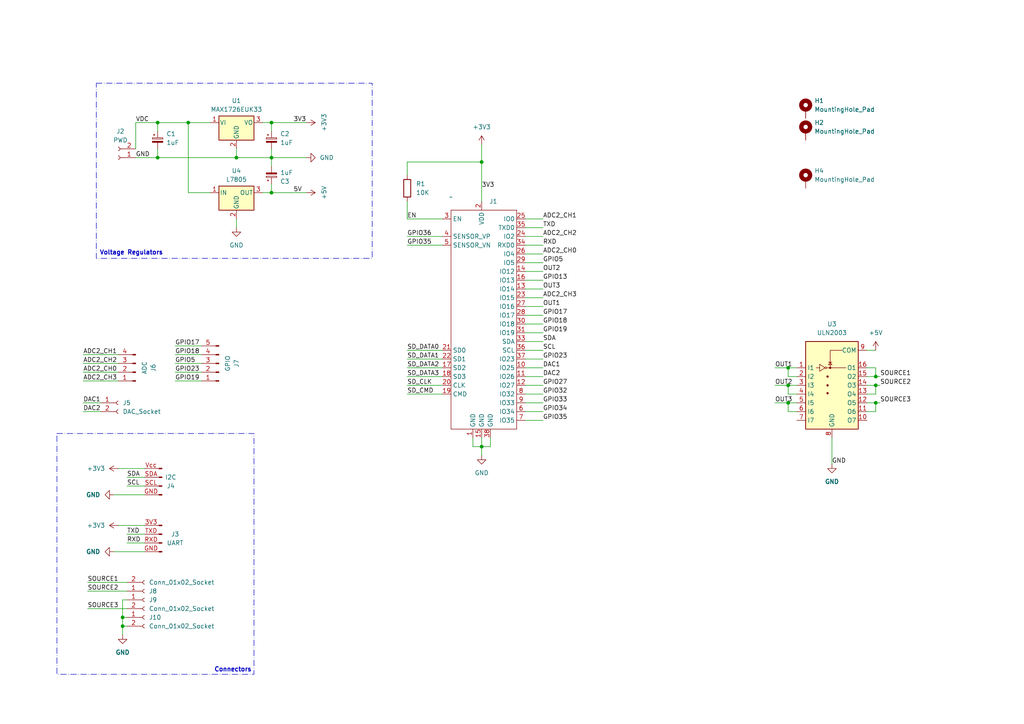
<source format=kicad_sch>
(kicad_sch (version 20231120) (generator "eeschema") (generator_version "8.0")
  (paper "A4")
  (lib_symbols
    (symbol "Alexander_Library_Symbols:Conn_I2C_01x04" (pin_names (offset 1.016) hide)
      (property "Reference" "J" (at 0 5.08 0))
      (property "Value" "I2C" (at 0 -7.62 0))
      (symbol "Conn_I2C_01x04_1_1"
        (polyline (pts (xy 1.27 -5.08) (xy 0.8636 -5.08)) (stroke (width 0.1524)))
        (polyline (pts (xy 1.27 -2.54) (xy 0.8636 -2.54)) (stroke (width 0.1524)))
        (polyline (pts (xy 1.27 0) (xy 0.8636 0)) (stroke (width 0.1524)))
        (polyline (pts (xy 1.27 2.54) (xy 0.8636 2.54)) (stroke (width 0.1524)))
        (rectangle (start 0.8636 -4.953) (end 0 -5.207) (stroke (width 0.1524)) (fill (type outline)))
        (rectangle (start 0.8636 -2.413) (end 0 -2.667) (stroke (width 0.1524)) (fill (type outline)))
        (rectangle (start 0.8636 0.127) (end 0 -0.127) (stroke (width 0.1524)) (fill (type outline)))
        (rectangle (start 0.8636 2.667) (end 0 2.413) (stroke (width 0.1524)) (fill (type outline)))
        (pin power_out line (at 5.08 -5.08 180) (length 3.81) (name "GND") (number "GND"))
        (pin bidirectional line (at 5.08 -2.54 180) (length 3.81) (name "SCL") (number "SCL"))
        (pin bidirectional line (at 5.08 0 180) (length 3.81) (name "SDA") (number "SDA"))
        (pin power_in line (at 5.08 2.54 180) (length 3.81) (name "VCC") (number "Vcc"))
      )
    )
    (symbol "Alexander_Library_Symbols:ESP32-WROOM-32D-SOCKET"
      (property "Reference" "J" (at 0 0 0))
      (symbol "ESP32-WROOM-32D-SOCKET_0_1"
        (rectangle (start 0 -3.81) (end 19.05 -67.31))
      )
      (symbol "ESP32-WROOM-32D-SOCKET_1_1"
        (pin power_out line (at 6.35 -69.85 90) (length 2.54) (name "GND") (number "1"))
        (pin bidirectional line (at 21.59 -49.53 180) (length 2.54) (name "IO25") (number "10"))
        (pin bidirectional line (at 21.59 -52.07 180) (length 2.54) (name "IO26") (number "11"))
        (pin bidirectional line (at 21.59 -54.61 180) (length 2.54) (name "IO27") (number "12"))
        (pin bidirectional line (at 21.59 -26.67 180) (length 2.54) (name "IO14") (number "13"))
        (pin bidirectional line (at 21.59 -21.59 180) (length 2.54) (name "IO12") (number "14"))
        (pin power_out line (at 8.89 -69.85 90) (length 2.54) (name "GND") (number "15"))
        (pin bidirectional line (at 21.59 -24.13 180) (length 2.54) (name "IO13") (number "16"))
        (pin input line (at -2.54 -49.53 0) (length 2.54) (name "SD2") (number "17"))
        (pin input line (at -2.54 -52.07 0) (length 2.54) (name "SD3") (number "18"))
        (pin input line (at -2.54 -57.15 0) (length 2.54) (name "CMD") (number "19"))
        (pin power_in line (at 8.89 -1.27 270) (length 2.54) (name "VDD") (number "2"))
        (pin input line (at -2.54 -54.61 0) (length 2.54) (name "CLK") (number "20"))
        (pin input line (at -2.54 -44.45 0) (length 2.54) (name "SD0") (number "21"))
        (pin input line (at -2.54 -46.99 0) (length 2.54) (name "SD1") (number "22"))
        (pin bidirectional line (at 21.59 -29.21 180) (length 2.54) (name "IO15") (number "23"))
        (pin bidirectional line (at 21.59 -11.43 180) (length 2.54) (name "IO2") (number "24"))
        (pin bidirectional line (at 21.59 -6.35 180) (length 2.54) (name "IO0") (number "25"))
        (pin bidirectional line (at 21.59 -16.51 180) (length 2.54) (name "IO4") (number "26"))
        (pin bidirectional line (at 21.59 -31.75 180) (length 2.54) (name "IO16") (number "27"))
        (pin bidirectional line (at 21.59 -34.29 180) (length 2.54) (name "IO17") (number "28"))
        (pin bidirectional line (at 21.59 -19.05 180) (length 2.54) (name "IO5") (number "29"))
        (pin input line (at -2.54 -6.35 0) (length 2.54) (name "EN") (number "3"))
        (pin bidirectional line (at 21.59 -36.83 180) (length 2.54) (name "IO18") (number "30"))
        (pin bidirectional line (at 21.59 -39.37 180) (length 2.54) (name "IO19") (number "31"))
        (pin bidirectional line (at 21.59 -41.91 180) (length 2.54) (name "SDA") (number "33"))
        (pin input line (at 21.59 -13.97 180) (length 2.54) (name "RXD0") (number "34"))
        (pin output line (at 21.59 -8.89 180) (length 2.54) (name "TXD0") (number "35"))
        (pin bidirectional line (at 21.59 -44.45 180) (length 2.54) (name "SCL") (number "36"))
        (pin bidirectional line (at 21.59 -46.99 180) (length 2.54) (name "IO23") (number "37"))
        (pin power_out line (at 11.43 -69.85 90) (length 2.54) (name "GND") (number "38"))
        (pin input line (at -2.54 -11.43 0) (length 2.54) (name "SENSOR_VP") (number "4"))
        (pin input line (at -2.54 -13.97 0) (length 2.54) (name "SENSOR_VN") (number "5"))
        (pin bidirectional line (at 21.59 -62.23 180) (length 2.54) (name "IO34") (number "6"))
        (pin bidirectional line (at 21.59 -64.77 180) (length 2.54) (name "IO35") (number "7"))
        (pin bidirectional line (at 21.59 -57.15 180) (length 2.54) (name "IO32") (number "8"))
        (pin bidirectional line (at 21.59 -59.69 180) (length 2.54) (name "IO33") (number "9"))
      )
    )
    (symbol "Conn_UART_1" (pin_names (offset 1.016) hide)
      (property "Reference" "J" (at 1.27 3.81 0))
      (property "Value" "UART" (at 2.54 -10.16 0))
      (symbol "Conn_UART_1_1_1"
        (polyline (pts (xy 1.27 -7.62) (xy 0.8636 -7.62)) (stroke (width 0.1524)))
        (polyline (pts (xy 1.27 -5.08) (xy 0.8636 -5.08)) (stroke (width 0.1524)))
        (polyline (pts (xy 1.27 -2.54) (xy 0.8636 -2.54)) (stroke (width 0.1524)))
        (polyline (pts (xy 1.27 0) (xy 0.8636 0)) (stroke (width 0.1524)))
        (rectangle (start 0.8636 -7.493) (end 0 -7.747) (stroke (width 0.1524)) (fill (type outline)))
        (rectangle (start 0.8636 -4.953) (end 0 -5.207) (stroke (width 0.1524)) (fill (type outline)))
        (rectangle (start 0.8636 -2.413) (end 0 -2.667) (stroke (width 0.1524)) (fill (type outline)))
        (rectangle (start 0.8636 0.127) (end 0 -0.127) (stroke (width 0.1524)) (fill (type outline)))
        (pin power_in line (at 5.08 0 180) (length 3.81) (name "3V3") (number "3V3"))
        (pin power_out line (at 5.08 -7.62 180) (length 3.81) (name "GND") (number "GND"))
        (pin input line (at 5.08 -5.08 180) (length 3.81) (name "RXD") (number "RXD"))
        (pin output line (at 5.08 -2.54 180) (length 3.81) (name "TXD") (number "TXD"))
      )
    )
    (symbol "Connector:Conn_01x02_Socket" (pin_names (offset 1.016) hide)
      (property "Reference" "J" (at 0 2.54 0))
      (property "Value" "Conn_01x02_Socket" (at 0 -5.08 0))
      (symbol "Conn_01x02_Socket_1_1"
        (arc (start 0 -2.032) (mid -0.5058 -2.54) (end 0 -3.048) (stroke (width 0.1524)))
        (polyline (pts (xy -1.27 -2.54) (xy -0.508 -2.54)) (stroke (width 0.1524)))
        (polyline (pts (xy -1.27 0) (xy -0.508 0)) (stroke (width 0.1524)))
        (arc (start 0 0.508) (mid -0.5058 0) (end 0 -0.508) (stroke (width 0.1524)))
        (pin passive line (at -5.08 0 0) (length 3.81) (name "Pin_1") (number "1"))
        (pin passive line (at -5.08 -2.54 0) (length 3.81) (name "Pin_2") (number "2"))
      )
    )
    (symbol "Connector:Conn_01x04_Pin" (pin_names (offset 1.016) hide)
      (property "Reference" "J" (at 0 5.08 0))
      (property "Value" "I2C" (at 0 -7.62 0))
      (symbol "Conn_01x04_Pin_1_1"
        (polyline (pts (xy 1.27 -5.08) (xy 0.8636 -5.08)) (stroke (width 0.1524)))
        (polyline (pts (xy 1.27 -2.54) (xy 0.8636 -2.54)) (stroke (width 0.1524)))
        (polyline (pts (xy 1.27 0) (xy 0.8636 0)) (stroke (width 0.1524)))
        (polyline (pts (xy 1.27 2.54) (xy 0.8636 2.54)) (stroke (width 0.1524)))
        (rectangle (start 0.8636 -4.953) (end 0 -5.207) (stroke (width 0.1524)) (fill (type outline)))
        (rectangle (start 0.8636 -2.413) (end 0 -2.667) (stroke (width 0.1524)) (fill (type outline)))
        (rectangle (start 0.8636 0.127) (end 0 -0.127) (stroke (width 0.1524)) (fill (type outline)))
        (rectangle (start 0.8636 2.667) (end 0 2.413) (stroke (width 0.1524)) (fill (type outline)))
        (pin passive line (at 5.08 2.54 180) (length 3.81) (name "Pin_1") (number "1"))
        (pin passive line (at 5.08 0 180) (length 3.81) (name "Pin_2") (number "2"))
        (pin passive line (at 5.08 -2.54 180) (length 3.81) (name "Pin_3") (number "3"))
        (pin passive line (at 5.08 -5.08 180) (length 3.81) (name "Pin_4") (number "4"))
      )
    )
    (symbol "Connector:Conn_01x05_Pin" (pin_names (offset 1.016) hide)
      (property "Reference" "J" (at 0 7.62 0))
      (property "Value" "Conn_01x05_Pin" (at 0 -7.62 0))
      (symbol "Conn_01x05_Pin_1_1"
        (polyline (pts (xy 1.27 -5.08) (xy 0.8636 -5.08)) (stroke (width 0.1524)))
        (polyline (pts (xy 1.27 -2.54) (xy 0.8636 -2.54)) (stroke (width 0.1524)))
        (polyline (pts (xy 1.27 0) (xy 0.8636 0)) (stroke (width 0.1524)))
        (polyline (pts (xy 1.27 2.54) (xy 0.8636 2.54)) (stroke (width 0.1524)))
        (polyline (pts (xy 1.27 5.08) (xy 0.8636 5.08)) (stroke (width 0.1524)))
        (rectangle (start 0.8636 -4.953) (end 0 -5.207) (stroke (width 0.1524)) (fill (type outline)))
        (rectangle (start 0.8636 -2.413) (end 0 -2.667) (stroke (width 0.1524)) (fill (type outline)))
        (rectangle (start 0.8636 0.127) (end 0 -0.127) (stroke (width 0.1524)) (fill (type outline)))
        (rectangle (start 0.8636 2.667) (end 0 2.413) (stroke (width 0.1524)) (fill (type outline)))
        (rectangle (start 0.8636 5.207) (end 0 4.953) (stroke (width 0.1524)) (fill (type outline)))
        (pin passive line (at 5.08 5.08 180) (length 3.81) (name "Pin_1") (number "1"))
        (pin passive line (at 5.08 2.54 180) (length 3.81) (name "Pin_2") (number "2"))
        (pin passive line (at 5.08 0 180) (length 3.81) (name "Pin_3") (number "3"))
        (pin passive line (at 5.08 -2.54 180) (length 3.81) (name "Pin_4") (number "4"))
        (pin passive line (at 5.08 -5.08 180) (length 3.81) (name "Pin_5") (number "5"))
      )
    )
    (symbol "Device:C_Polarized_Small" (pin_numbers hide) (pin_names (offset 0.254) hide)
      (property "Reference" "C" (at 0.254 1.778 0))
      (property "Value" "C_Polarized_Small" (at 0.254 -2.032 0))
      (symbol "C_Polarized_Small_0_1"
        (rectangle (start -1.524 -0.3048) (end 1.524 -0.6858) (fill (type outline)))
        (rectangle (start -1.524 0.6858) (end 1.524 0.3048))
        (polyline (pts (xy -1.27 1.524) (xy -0.762 1.524)))
        (polyline (pts (xy -1.016 1.27) (xy -1.016 1.778)))
      )
      (symbol "C_Polarized_Small_1_1"
        (pin passive line (at 0 2.54 270) (length 1.8542) (name "~") (number "1"))
        (pin passive line (at 0 -2.54 90) (length 1.8542) (name "~") (number "2"))
      )
    )
    (symbol "Device:R" (pin_numbers hide) (pin_names (offset 0))
      (property "Reference" "R" (at 2.032 0 90))
      (property "Value" "R" (at 0 0 90))
      (symbol "R_0_1"
        (rectangle (start -1.016 -2.54) (end 1.016 2.54) (stroke (width 0.254)))
      )
      (symbol "R_1_1"
        (pin passive line (at 0 3.81 270) (length 1.27) (name "~") (number "1"))
        (pin passive line (at 0 -3.81 90) (length 1.27) (name "~") (number "2"))
      )
    )
    (symbol "GND_1" (power) (pin_numbers hide) (pin_names (offset 0) hide)
      (property "Value" "GND" (at 0 -3.81 0))
      (symbol "GND_1_0_1"
        (polyline (pts (xy 0 0) (xy 0 -1.27) (xy 1.27 -1.27) (xy 0 -2.54) (xy -1.27 -1.27) (xy 0 -1.27)))
      )
      (symbol "GND_1_1_1"
        (pin power_in line (at 0 0 270) (length 0) (name "~") (number "1"))
      )
    )
    (symbol "Mechanical:MountingHole_Pad" (pin_numbers hide) (pin_names (offset 1.016) hide)
      (property "Reference" "H" (at 0 6.35 0))
      (property "Value" "MountingHole_Pad" (at 0 4.445 0))
      (symbol "MountingHole_Pad_0_1"
        (circle (center 0 1.27) (radius 1.27) (stroke (width 1.27)))
      )
      (symbol "MountingHole_Pad_1_1"
        (pin input line (at 0 -2.54 90) (length 2.54) (name "1") (number "1"))
      )
    )
    (symbol "Regulator_Linear:L7805" (pin_names (offset 0.254))
      (property "Reference" "U" (at -3.81 3.175 0))
      (property "Value" "L7805" (at 0 3.175 0))
      (symbol "L7805_0_1"
        (rectangle (start -5.08 1.905) (end 5.08 -5.08) (stroke (width 0.254)) (fill (type background)))
      )
      (symbol "L7805_1_1"
        (pin power_in line (at -7.62 0 0) (length 2.54) (name "IN") (number "1"))
        (pin power_in line (at 0 -7.62 90) (length 2.54) (name "GND") (number "2"))
        (pin power_out line (at 7.62 0 180) (length 2.54) (name "OUT") (number "3"))
      )
    )
    (symbol "Regulator_Linear:LM78M05_TO220" (pin_names (offset 0.254))
      (property "Reference" "U" (at -3.81 3.175 0))
      (property "Value" "LM78M05_TO220" (at 0 3.175 0))
      (symbol "LM78M05_TO220_0_1"
        (rectangle (start -5.08 1.905) (end 5.08 -5.08) (stroke (width 0.254)) (fill (type background)))
      )
      (symbol "LM78M05_TO220_1_1"
        (pin power_in line (at -7.62 0 0) (length 2.54) (name "VI") (number "1"))
        (pin power_in line (at 0 -7.62 90) (length 2.54) (name "GND") (number "2"))
        (pin power_out line (at 7.62 0 180) (length 2.54) (name "VO") (number "3"))
      )
    )
    (symbol "Transistor_Array:ULN2003"
      (property "Reference" "U" (at 0 15.875 0))
      (property "Value" "ULN2003" (at 0 13.97 0))
      (symbol "ULN2003_0_1"
        (rectangle (start -7.62 -12.7) (end 7.62 12.7) (stroke (width 0.254)) (fill (type background)))
        (circle (center -1.778 5.08) (radius 0.254))
        (circle (center -1.27 -2.286) (radius 0.254) (fill (type outline)))
        (circle (center -1.27 0) (radius 0.254) (fill (type outline)))
        (circle (center -1.27 2.54) (radius 0.254) (fill (type outline)))
        (circle (center -0.508 5.08) (radius 0.254) (fill (type outline)))
        (polyline (pts (xy -4.572 5.08) (xy -3.556 5.08)))
        (polyline (pts (xy -1.524 5.08) (xy 4.064 5.08)))
        (polyline (pts (xy 0 6.731) (xy -1.016 6.731)))
        (polyline (pts (xy -0.508 5.08) (xy -0.508 10.16) (xy 2.921 10.16)))
        (polyline (pts (xy -3.556 6.096) (xy -3.556 4.064) (xy -2.032 5.08) (xy -3.556 6.096)))
        (polyline (pts (xy 0 5.969) (xy -1.016 5.969) (xy -0.508 6.731) (xy 0 5.969)))
      )
      (symbol "ULN2003_1_1"
        (pin input line (at -10.16 5.08 0) (length 2.54) (name "I1") (number "1"))
        (pin open_collector line (at 10.16 -10.16 180) (length 2.54) (name "O7") (number "10"))
        (pin open_collector line (at 10.16 -7.62 180) (length 2.54) (name "O6") (number "11"))
        (pin open_collector line (at 10.16 -5.08 180) (length 2.54) (name "O5") (number "12"))
        (pin open_collector line (at 10.16 -2.54 180) (length 2.54) (name "O4") (number "13"))
        (pin open_collector line (at 10.16 0 180) (length 2.54) (name "O3") (number "14"))
        (pin open_collector line (at 10.16 2.54 180) (length 2.54) (name "O2") (number "15"))
        (pin open_collector line (at 10.16 5.08 180) (length 2.54) (name "O1") (number "16"))
        (pin input line (at -10.16 2.54 0) (length 2.54) (name "I2") (number "2"))
        (pin input line (at -10.16 0 0) (length 2.54) (name "I3") (number "3"))
        (pin input line (at -10.16 -2.54 0) (length 2.54) (name "I4") (number "4"))
        (pin input line (at -10.16 -5.08 0) (length 2.54) (name "I5") (number "5"))
        (pin input line (at -10.16 -7.62 0) (length 2.54) (name "I6") (number "6"))
        (pin input line (at -10.16 -10.16 0) (length 2.54) (name "I7") (number "7"))
        (pin power_in line (at 0 -15.24 90) (length 2.54) (name "GND") (number "8"))
        (pin passive line (at 10.16 10.16 180) (length 2.54) (name "COM") (number "9"))
      )
    )
    (symbol "power:+3V3" (power) (pin_names (offset 0))
      (property "Value" "+3V3" (at 0 3.556 0))
      (symbol "+3V3_0_1"
        (polyline (pts (xy -0.762 1.27) (xy 0 2.54)))
        (polyline (pts (xy 0 0) (xy 0 2.54)))
        (polyline (pts (xy 0 2.54) (xy 0.762 1.27)))
      )
      (symbol "+3V3_1_1"
        (pin power_in line (at 0 0 90) (length 0) hide (name "+3V3") (number "1"))
      )
    )
    (symbol "power:+5V" (power) (pin_names (offset 0))
      (property "Value" "+5V" (at 0 3.556 0))
      (symbol "+5V_0_1"
        (polyline (pts (xy -0.762 1.27) (xy 0 2.54)))
        (polyline (pts (xy 0 0) (xy 0 2.54)))
        (polyline (pts (xy 0 2.54) (xy 0.762 1.27)))
      )
      (symbol "+5V_1_1"
        (pin power_in line (at 0 0 90) (length 0) hide (name "+5V") (number "1"))
      )
    )
    (symbol "power:GND" (power) (pin_names (offset 0))
      (property "Value" "GND" (at 0 -3.81 0))
      (symbol "GND_0_1"
        (polyline (pts (xy 0 0) (xy 0 -1.27) (xy 1.27 -1.27) (xy 0 -2.54) (xy -1.27 -1.27) (xy 0 -1.27)))
      )
      (symbol "GND_1_1"
        (pin power_in line (at 0 0 270) (length 0) hide (name "GND") (number "1"))
      )
    )
  )
  (junction (at 68.58 45.72))
  (junction (at 78.74 45.72))
  (junction (at 45.72 45.72))
  (junction (at 139.7 46.99))
  (junction (at 254 109.22))
  (junction (at 228.6 116.84))
  (junction (at 78.74 55.88))
  (junction (at 228.6 111.76))
  (junction (at 254 116.84))
  (junction (at 54.61 35.56))
  (junction (at 35.56 179.07))
  (junction (at 254 111.76))
  (junction (at 78.74 35.56))
  (junction (at 35.56 181.61))
  (junction (at 45.72 35.56))
  (junction (at 228.6 106.68))
  (junction (at 139.7 129.54))
  (wire (pts (xy 152.4 68.58) (xy 157.48 68.58)))
  (wire (pts (xy 68.58 63.5) (xy 68.58 66.04)))
  (wire (pts (xy 118.11 111.76) (xy 128.27 111.76)))
  (wire (pts (xy 35.56 173.99) (xy 35.56 179.07)))
  (wire (pts (xy 36.83 140.97) (xy 41.91 140.97)))
  (wire (pts (xy 25.4 171.45) (xy 36.83 171.45)))
  (wire (pts (xy 152.4 73.66) (xy 157.48 73.66)))
  (wire (pts (xy 118.11 109.22) (xy 128.27 109.22)))
  (wire (pts (xy 60.96 55.88) (xy 54.61 55.88)))
  (wire (pts (xy 36.83 154.94) (xy 41.91 154.94)))
  (wire (pts (xy 139.7 41.91) (xy 139.7 46.99)))
  (wire (pts (xy 152.4 88.9) (xy 157.48 88.9)))
  (wire (pts (xy 152.4 91.44) (xy 157.48 91.44)))
  (wire (pts (xy 34.29 135.89) (xy 41.91 135.89)))
  (wire (pts (xy 35.56 179.07) (xy 35.56 181.61)))
  (wire (pts (xy 68.58 43.18) (xy 68.58 45.72)))
  (wire (pts (xy 152.4 114.3) (xy 157.48 114.3)))
  (wire (pts (xy 34.29 105.41) (xy 24.13 105.41)))
  (wire (pts (xy 231.14 116.84) (xy 228.6 116.84)))
  (wire (pts (xy 137.16 129.54) (xy 139.7 129.54)))
  (wire (pts (xy 58.42 107.95) (xy 50.8 107.95)))
  (wire (pts (xy 78.74 43.18) (xy 78.74 45.72)))
  (wire (pts (xy 231.14 114.3) (xy 228.6 114.3)))
  (wire (pts (xy 34.29 110.49) (xy 24.13 110.49)))
  (wire (pts (xy 152.4 63.5) (xy 157.48 63.5)))
  (wire (pts (xy 224.79 116.84) (xy 228.6 116.84)))
  (wire (pts (xy 58.42 105.41) (xy 50.8 105.41)))
  (wire (pts (xy 152.4 116.84) (xy 157.48 116.84)))
  (wire (pts (xy 128.27 63.5) (xy 118.11 63.5)))
  (wire (pts (xy 137.16 127) (xy 137.16 129.54)))
  (wire (pts (xy 54.61 35.56) (xy 60.96 35.56)))
  (wire (pts (xy 24.13 116.84) (xy 29.21 116.84)))
  (wire (pts (xy 118.11 71.12) (xy 128.27 71.12)))
  (wire (pts (xy 118.11 46.99) (xy 118.11 50.8)))
  (wire (pts (xy 34.29 152.4) (xy 41.91 152.4)))
  (wire (pts (xy 45.72 35.56) (xy 45.72 38.1)))
  (wire (pts (xy 45.72 43.18) (xy 45.72 45.72)))
  (wire (pts (xy 34.29 102.87) (xy 24.13 102.87)))
  (wire (pts (xy 139.7 129.54) (xy 139.7 132.08)))
  (wire (pts (xy 118.11 104.14) (xy 128.27 104.14)))
  (wire (pts (xy 25.4 168.91) (xy 36.83 168.91)))
  (wire (pts (xy 251.46 111.76) (xy 254 111.76)))
  (wire (pts (xy 118.11 101.6) (xy 128.27 101.6)))
  (wire (pts (xy 152.4 119.38) (xy 157.48 119.38)))
  (wire (pts (xy 54.61 35.56) (xy 54.61 55.88)))
  (wire (pts (xy 36.83 173.99) (xy 35.56 173.99)))
  (wire (pts (xy 78.74 55.88) (xy 88.9 55.88)))
  (wire (pts (xy 254 119.38) (xy 254 116.84)))
  (wire (pts (xy 78.74 45.72) (xy 88.9 45.72)))
  (wire (pts (xy 254 109.22) (xy 254 106.68)))
  (wire (pts (xy 152.4 104.14) (xy 157.48 104.14)))
  (wire (pts (xy 36.83 181.61) (xy 35.56 181.61)))
  (wire (pts (xy 25.4 176.53) (xy 36.83 176.53)))
  (wire (pts (xy 152.4 111.76) (xy 157.48 111.76)))
  (wire (pts (xy 35.56 181.61) (xy 35.56 184.15)))
  (wire (pts (xy 76.2 55.88) (xy 78.74 55.88)))
  (wire (pts (xy 231.14 111.76) (xy 228.6 111.76)))
  (wire (pts (xy 41.91 143.51) (xy 33.02 143.51)))
  (wire (pts (xy 251.46 109.22) (xy 254 109.22)))
  (wire (pts (xy 36.83 157.48) (xy 41.91 157.48)))
  (wire (pts (xy 118.11 46.99) (xy 139.7 46.99)))
  (wire (pts (xy 78.74 45.72) (xy 78.74 48.26)))
  (wire (pts (xy 152.4 66.04) (xy 157.48 66.04)))
  (wire (pts (xy 76.2 35.56) (xy 78.74 35.56)))
  (wire (pts (xy 152.4 109.22) (xy 157.48 109.22)))
  (wire (pts (xy 58.42 102.87) (xy 50.8 102.87)))
  (wire (pts (xy 251.46 101.6) (xy 254 101.6)))
  (wire (pts (xy 241.3 127) (xy 241.3 134.62)))
  (wire (pts (xy 254 111.76) (xy 255.27 111.76)))
  (wire (pts (xy 68.58 45.72) (xy 78.74 45.72)))
  (wire (pts (xy 152.4 96.52) (xy 157.48 96.52)))
  (wire (pts (xy 251.46 106.68) (xy 254 106.68)))
  (wire (pts (xy 118.11 114.3) (xy 128.27 114.3)))
  (wire (pts (xy 254 116.84) (xy 255.27 116.84)))
  (wire (pts (xy 78.74 38.1) (xy 78.74 35.56)))
  (wire (pts (xy 152.4 71.12) (xy 157.48 71.12)))
  (wire (pts (xy 39.37 35.56) (xy 45.72 35.56)))
  (wire (pts (xy 152.4 81.28) (xy 157.48 81.28)))
  (wire (pts (xy 152.4 99.06) (xy 157.48 99.06)))
  (wire (pts (xy 254 109.22) (xy 255.27 109.22)))
  (wire (pts (xy 118.11 68.58) (xy 128.27 68.58)))
  (wire (pts (xy 41.91 160.02) (xy 33.02 160.02)))
  (wire (pts (xy 152.4 86.36) (xy 157.48 86.36)))
  (wire (pts (xy 251.46 114.3) (xy 254 114.3)))
  (wire (pts (xy 152.4 78.74) (xy 157.48 78.74)))
  (wire (pts (xy 152.4 106.68) (xy 157.48 106.68)))
  (wire (pts (xy 152.4 121.92) (xy 157.48 121.92)))
  (wire (pts (xy 231.14 119.38) (xy 228.6 119.38)))
  (wire (pts (xy 78.74 53.34) (xy 78.74 55.88)))
  (wire (pts (xy 254 114.3) (xy 254 111.76)))
  (wire (pts (xy 139.7 46.99) (xy 139.7 58.42)))
  (wire (pts (xy 228.6 114.3) (xy 228.6 111.76)))
  (wire (pts (xy 152.4 83.82) (xy 157.48 83.82)))
  (wire (pts (xy 24.13 119.38) (xy 29.21 119.38)))
  (wire (pts (xy 142.24 129.54) (xy 139.7 129.54)))
  (wire (pts (xy 228.6 109.22) (xy 228.6 106.68)))
  (wire (pts (xy 224.79 111.76) (xy 228.6 111.76)))
  (wire (pts (xy 152.4 76.2) (xy 157.48 76.2)))
  (wire (pts (xy 231.14 106.68) (xy 228.6 106.68)))
  (wire (pts (xy 142.24 127) (xy 142.24 129.54)))
  (wire (pts (xy 251.46 119.38) (xy 254 119.38)))
  (wire (pts (xy 251.46 116.84) (xy 254 116.84)))
  (wire (pts (xy 224.79 106.68) (xy 228.6 106.68)))
  (wire (pts (xy 152.4 93.98) (xy 157.48 93.98)))
  (wire (pts (xy 228.6 119.38) (xy 228.6 116.84)))
  (wire (pts (xy 58.42 100.33) (xy 50.8 100.33)))
  (wire (pts (xy 36.83 138.43) (xy 41.91 138.43)))
  (wire (pts (xy 152.4 101.6) (xy 157.48 101.6)))
  (wire (pts (xy 45.72 35.56) (xy 54.61 35.56)))
  (wire (pts (xy 118.11 106.68) (xy 128.27 106.68)))
  (wire (pts (xy 118.11 58.42) (xy 118.11 63.5)))
  (wire (pts (xy 58.42 110.49) (xy 50.8 110.49)))
  (wire (pts (xy 78.74 35.56) (xy 88.9 35.56)))
  (wire (pts (xy 39.37 45.72) (xy 45.72 45.72)))
  (wire (pts (xy 34.29 107.95) (xy 24.13 107.95)))
  (wire (pts (xy 231.14 109.22) (xy 228.6 109.22)))
  (wire (pts (xy 35.56 179.07) (xy 36.83 179.07)))
  (wire (pts (xy 139.7 127) (xy 139.7 129.54)))
  (wire (pts (xy 45.72 45.72) (xy 68.58 45.72)))
  (wire (pts (xy 39.37 35.56) (xy 39.37 43.18)))
  (rectangle (start 16.51 125.73) (end 73.66 195.58) (stroke (width 0) (type dash_dot)))
  (rectangle (start 27.94 24.13) (end 107.95 74.93) (stroke (width 0) (type dash_dot)))
  (text "Voltage Regulators" (at 38.1 72.644 0) (effects (font (size 1.27 1.27) (thickness 0.254) (bold yes)) (justify top)))
  (text "Connectors" (at 67.564 194.31 0) (effects (font (size 1.27 1.27) (thickness 0.254) (bold yes))))
  (label "ADC2_CH3" (at 24.13 110.49 0))
  (label "ADC2_CH0" (at 24.13 107.95 0))
  (label "SD_DATA1" (at 118.11 104.14 0))
  (label "ADC2_CH1" (at 24.13 102.87 0))
  (label "SOURCE1" (at 25.4 168.91 0))
  (label "GPIO27" (at 157.48 111.76 0))
  (label "GPIO5" (at 157.48 76.2 0))
  (label "ADC2_CH2" (at 24.13 105.41 0))
  (label "ADC2_CH2" (at 157.48 68.58 0))
  (label "OUT1" (at 157.48 88.9 0))
  (label "OUT2" (at 157.48 78.74 0))
  (label "SD_DATA0" (at 118.11 101.6 0))
  (label "GPIO23" (at 157.48 104.14 0))
  (label "VDC" (at 39.37 35.56 0))
  (label "GPIO13" (at 157.48 81.28 0))
  (label "SOURCE3" (at 25.4 176.53 0))
  (label "SD_CLK" (at 118.11 111.76 0))
  (label "DAC2" (at 24.13 119.38 0))
  (label "TXD" (at 157.48 66.04 0))
  (label "OUT2" (at 224.79 111.76 0))
  (label "SDA" (at 157.48 99.06 0))
  (label "SD_CMD" (at 118.11 114.3 0))
  (label "SD_DATA3" (at 118.11 109.22 0))
  (label "GPIO17" (at 157.48 91.44 0))
  (label "GPIO23" (at 50.8 107.95 0))
  (label "GPIO5" (at 50.8 105.41 0))
  (label "SD_DATA2" (at 118.11 106.68 0))
  (label "GPIO34" (at 157.48 119.38 0))
  (label "OUT3" (at 157.48 83.82 0))
  (label "SCL" (at 157.48 101.6 0))
  (label "GPIO18" (at 157.48 93.98 0))
  (label "RXD" (at 36.83 157.48 0))
  (label "SCL" (at 36.83 140.97 0))
  (label "GPIO33" (at 157.48 116.84 0))
  (label "3V3" (at 139.7 54.61 0))
  (label "ADC2_CH3" (at 157.48 86.36 0))
  (label "GPIO35" (at 157.48 121.92 0))
  (label "GPIO35" (at 118.11 71.12 0))
  (label "SOURCE1" (at 255.27 109.22 0))
  (label "OUT3" (at 224.79 116.84 0))
  (label "GPIO17" (at 50.8 100.33 0))
  (label "GPIO18" (at 50.8 102.87 0))
  (label "SOURCE2" (at 255.27 111.76 0))
  (label "ADC2_CH1" (at 157.48 63.5 0))
  (label "SOURCE3" (at 255.27 116.84 0))
  (label "ADC2_CH0" (at 157.48 73.66 0))
  (label "5V" (at 85.09 55.88 0))
  (label "GPIO32" (at 157.48 114.3 0))
  (label "DAC2" (at 157.48 109.22 0))
  (label "DAC1" (at 157.48 106.68 0))
  (label "3V3" (at 85.09 35.56 0))
  (label "SDA" (at 36.83 138.43 0))
  (label "GPIO19" (at 50.8 110.49 0))
  (label "OUT1" (at 224.79 106.68 0))
  (label "GPIO36" (at 118.11 68.58 0))
  (label "GPIO19" (at 157.48 96.52 0))
  (label "GND" (at 39.37 45.72 0))
  (label "DAC1" (at 24.13 116.84 0))
  (label "EN" (at 118.11 63.5 0))
  (label "GND" (at 241.3 134.62 0))
  (label "TXD" (at 36.83 154.94 0))
  (label "SOURCE2" (at 25.4 171.45 0))
  (label "RXD" (at 157.48 71.12 0))
  (symbol (lib_id "Connector:Conn_01x02_Socket") (at 34.29 116.84 0) (unit 1)
    (property "Reference" "J5" (at 35.56 116.84 0) (effects (justify left)))
    (property "Value" "DAC_Socket" (at 35.56 119.38 0) (effects (justify left)))
    (property "Footprint" "Connector_PinSocket_2.54mm:PinSocket_1x02_P2.54mm_Vertical" (effects (hide yes)))
  )
  (symbol (lib_id "power:GND") (at 88.9 45.72 90) (unit 1)
    (property "Reference" "#PWR03" (effects (hide yes)))
    (property "Value" "GND" (at 92.71 45.7199 90) (effects (justify right)))
  )
  (symbol (lib_id "power:+3V3") (at 34.29 152.4 90) (unit 1)
    (property "Reference" "#PWR06" (effects (hide yes)))
    (property "Value" "+3V3" (at 30.48 152.3999 90) (effects (justify left)))
  )
  (symbol (lib_id "power:+3V3") (at 34.29 135.89 90) (unit 1)
    (property "Reference" "#PWR08" (effects (hide yes)))
    (property "Value" "+3V3" (at 30.48 135.89 90) (effects (justify left)))
  )
  (symbol (lib_id "power:+5V") (at 254 101.6 0) (unit 1)
    (property "Reference" "#PWR012" (effects (hide yes)))
    (property "Value" "+5V" (at 254 96.52 0))
  )
  (symbol (lib_id "Transistor_Array:ULN2003") (at 241.3 111.76 0) (unit 1)
    (property "Reference" "U3" (at 241.3 93.98 0))
    (property "Value" "ULN2003" (at 241.3 96.52 0))
    (property "Footprint" "Package_DIP:DIP-16_W7.62mm" (effects (hide yes)))
    (property "Datasheet" "http://www.ti.com/lit/ds/symlink/uln2003a.pdf" (effects (hide yes)))
  )
  (symbol (lib_name "Conn_UART_1") (lib_id "Alexander_Library_Symbols:Conn_UART") (at 46.99 152.4 0) (mirror y) (unit 1)
    (property "Reference" "J3" (at 50.8 154.94 0))
    (property "Value" "UART" (at 50.8 157.48 0))
    (property "Footprint" "Alexander Footprints Library:Conn_UART" (effects (hide yes)))
  )
  (symbol (lib_id "Device:C_Polarized_Small") (at 78.74 50.8 0) (mirror x) (unit 1)
    (property "Reference" "C3" (at 81.28 52.6161 0) (effects (justify left)))
    (property "Value" "1uF" (at 81.28 50.0761 0) (effects (justify left)))
    (property "Footprint" "Capacitor_THT:CP_Radial_D4.0mm_P2.00mm" (effects (hide yes)))
  )
  (symbol (lib_id "Device:C_Polarized_Small") (at 45.72 40.64 0) (unit 1)
    (property "Reference" "C1" (at 48.26 38.8239 0) (effects (justify left)))
    (property "Value" "1uF" (at 48.26 41.3639 0) (effects (justify left)))
    (property "Footprint" "Capacitor_THT:CP_Radial_D4.0mm_P2.00mm" (effects (hide yes)))
  )
  (symbol (lib_id "power:GND") (at 33.02 143.51 270) (unit 1)
    (property "Reference" "#PWR09" (effects (hide yes)))
    (property "Value" "GND" (at 29.21 143.51 90) (effects (font (bold yes)) (justify right)))
  )
  (symbol (lib_id "power:GND") (at 33.02 160.02 270) (unit 1)
    (property "Reference" "#PWR07" (effects (hide yes)))
    (property "Value" "GND" (at 29.21 160.02 90) (effects (font (bold yes)) (justify right)))
  )
  (symbol (lib_id "Connector:Conn_01x05_Pin") (at 63.5 105.41 180) (unit 1)
    (property "Reference" "J7" (at 68.58 105.41 90))
    (property "Value" "GPIO" (at 66.04 105.41 90))
    (property "Footprint" "Connector_PinSocket_2.54mm:PinSocket_1x05_P2.54mm_Vertical" (effects (hide yes)))
  )
  (symbol (lib_id "Mechanical:MountingHole_Pad") (at 233.68 38.1 0) (unit 1)
    (property "Reference" "H2" (at 236.22 35.56 0) (effects (justify left)))
    (property "Value" "MountingHole_Pad" (at 236.22 38.1 0) (effects (justify left)))
    (property "Footprint" "MountingHole:MountingHole_3mm" (effects (hide yes)))
  )
  (symbol (lib_id "power:GND") (at 241.3 134.62 0) (unit 1)
    (property "Reference" "#PWR010" (effects (hide yes)))
    (property "Value" "GND" (at 241.3 139.7 0) (effects (font (bold yes))))
  )
  (symbol (lib_id "Connector:Conn_01x02_Socket") (at 41.91 173.99 0) (unit 1)
    (property "Reference" "J9" (at 43.18 173.99 0) (effects (justify left)))
    (property "Value" "Conn_01x02_Socket" (at 43.18 176.53 0) (effects (justify left)))
    (property "Footprint" "Alexander Footprints Library:Conn_Terminal_5mm" (effects (hide yes)))
  )
  (symbol (lib_id "Connector:Conn_01x04_Pin") (at 39.37 107.95 180) (unit 1)
    (property "Reference" "J6" (at 44.45 106.68 90))
    (property "Value" "ADC" (at 41.91 106.68 90))
    (property "Footprint" "Connector_PinSocket_2.54mm:PinSocket_1x04_P2.54mm_Vertical" (effects (hide yes)))
  )
  (symbol (lib_name "GND_1") (lib_id "power:GND") (at 35.56 184.15 0) (unit 1)
    (property "Reference" "#PWR014" (effects (hide yes)))
    (property "Value" "GND" (at 35.56 189.23 0) (effects (font (bold yes))))
    (property "Description" "Power symbol creates a global label with name \"GND\" , ground" (effects (hide yes)))
  )
  (symbol (lib_id "Connector:Conn_01x02_Socket") (at 41.91 179.07 0) (unit 1)
    (property "Reference" "J10" (at 43.18 179.07 0) (effects (justify left)))
    (property "Value" "Conn_01x02_Socket" (at 43.18 181.61 0) (effects (justify left)))
    (property "Footprint" "Alexander Footprints Library:Conn_Terminal_5mm" (effects (hide yes)))
  )
  (symbol (lib_id "Connector:Conn_01x02_Socket") (at 41.91 171.45 0) (mirror x) (unit 1)
    (property "Reference" "J8" (at 43.18 171.45 0) (effects (justify left)))
    (property "Value" "Conn_01x02_Socket" (at 43.18 168.91 0) (effects (justify left)))
    (property "Footprint" "Alexander Footprints Library:Conn_Terminal_5mm" (effects (hide yes)))
  )
  (symbol (lib_id "Connector:Conn_01x02_Socket") (at 34.29 45.72 180) (unit 1)
    (property "Reference" "J2" (at 34.925 38.1 0))
    (property "Value" "PWD" (at 34.925 40.64 0))
    (property "Footprint" "Connector_PinSocket_2.54mm:PinSocket_1x02_P2.54mm_Vertical" (effects (hide yes)))
  )
  (symbol (lib_id "Regulator_Linear:L7805") (at 68.58 55.88 0) (unit 1)
    (property "Reference" "U4" (at 68.58 49.53 0))
    (property "Value" "L7805" (at 68.58 52.07 0))
    (property "Footprint" "Alexander Footprints Library:LD1117" (effects (hide yes)))
    (property "Datasheet" "http://www.st.com/content/ccc/resource/technical/document/datasheet/41/4f/b3/b0/12/d4/47/88/CD00000444.pdf/files/CD00000444.pdf/jcr:content/translations/en.CD00000444.pdf" (effects (hide yes)))
  )
  (symbol (lib_id "power:GND") (at 68.58 66.04 0) (unit 1)
    (property "Reference" "#PWR013" (effects (hide yes)))
    (property "Value" "GND" (at 68.58 71.12 0))
  )
  (symbol (lib_id "Device:C_Polarized_Small") (at 78.74 40.64 0) (unit 1)
    (property "Reference" "C2" (at 81.28 38.8239 0) (effects (justify left)))
    (property "Value" "1uF" (at 81.28 41.3639 0) (effects (justify left)))
    (property "Footprint" "Capacitor_THT:CP_Radial_D4.0mm_P2.00mm" (effects (hide yes)))
  )
  (symbol (lib_id "power:+3V3") (at 139.7 41.91 0) (unit 1)
    (property "Reference" "#PWR02" (effects (hide yes)))
    (property "Value" "+3V3" (at 139.7 36.83 0))
  )
  (symbol (lib_id "power:+5V") (at 88.9 55.88 270) (unit 1)
    (property "Reference" "#PWR05" (effects (hide yes)))
    (property "Value" "+5V" (at 93.98 55.88 0))
  )
  (symbol (lib_id "Mechanical:MountingHole_Pad") (at 233.68 31.75 0) (unit 1)
    (property "Reference" "H1" (at 236.22 29.21 0) (effects (justify left)))
    (property "Value" "MountingHole_Pad" (at 236.22 31.75 0) (effects (justify left)))
    (property "Footprint" "MountingHole:MountingHole_3mm" (effects (hide yes)))
  )
  (symbol (lib_id "Regulator_Linear:LM78M05_TO220") (at 68.58 35.56 0) (unit 1)
    (property "Reference" "U1" (at 68.58 29.21 0))
    (property "Value" "MAX1726EUK33" (at 68.58 31.75 0))
    (property "Footprint" "Package_TO_SOT_SMD:SOT-223-3_TabPin2" (effects (hide yes)))
    (property "Datasheet" "https://www.onsemi.com/pub/Collateral/MC78M00-D.PDF" (effects (hide yes)))
  )
  (symbol (lib_id "Mechanical:MountingHole_Pad") (at 233.68 52.07 0) (unit 1)
    (property "Reference" "H4" (at 236.22 49.53 0) (effects (justify left)))
    (property "Value" "MountingHole_Pad" (at 236.22 52.07 0) (effects (justify left)))
    (property "Footprint" "MountingHole:MountingHole_3mm" (effects (hide yes)))
  )
  (symbol (lib_id "power:+3V3") (at 88.9 35.56 270) (unit 1)
    (property "Reference" "#PWR04" (effects (hide yes)))
    (property "Value" "+3V3" (at 93.98 35.56 0))
  )
  (symbol (lib_id "Alexander_Library_Symbols:Conn_I2C_01x04") (at 46.99 138.43 0) (mirror y) (unit 1)
    (property "Reference" "J4" (at 49.53 140.97 0))
    (property "Value" "I2C" (at 49.53 138.43 0))
    (property "Footprint" "Alexander Footprints Library:Conn_I2C" (effects (hide yes)))
  )
  (symbol (lib_id "Device:R") (at 118.11 54.61 0) (unit 1)
    (property "Reference" "R1" (at 120.65 53.34 0) (effects (justify left)))
    (property "Value" "10K" (at 120.65 55.88 0) (effects (justify left)))
    (property "Footprint" "Alexander Footprints Library:STA_RMCF1206_STP-L" (effects (hide yes)))
  )
  (symbol (lib_id "power:GND") (at 139.7 132.08 0) (unit 1)
    (property "Reference" "#PWR01" (effects (hide yes)))
    (property "Value" "GND" (at 139.7 137.16 0))
  )
  (symbol (lib_id "Alexander_Library_Symbols:ESP32-WROOM-32D-SOCKET") (at 130.81 57.15 0) (unit 1)
    (property "Reference" "J1" (at 141.8941 58.42 0) (effects (justify left)))
    (property "Value" "~" (at 130.81 57.15 0))
    (property "Footprint" "Alexander Footprints Library:ESP32-WROOM-Adapter-Socket-2" (effects (hide yes)))
  )
)
</source>
